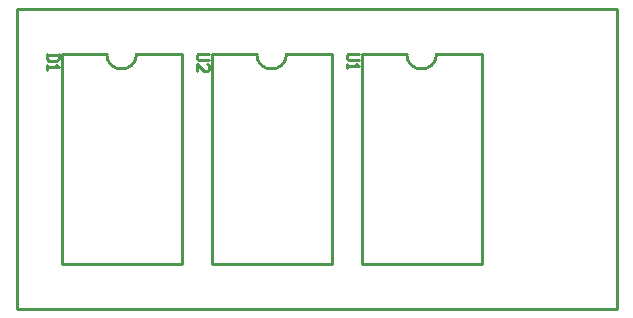
<source format=gbr>
G04 start of page 13 for group -4079 idx -4079 *
G04 Title: (unknown), topsilk *
G04 Creator: pcb 20140316 *
G04 CreationDate: Sat 19 Jun 2021 08:46:57 PM GMT UTC *
G04 For: steve *
G04 Format: Gerber/RS-274X *
G04 PCB-Dimensions (mil): 2000.00 1000.00 *
G04 PCB-Coordinate-Origin: lower left *
%MOIN*%
%FSLAX25Y25*%
%LNTOPSILK*%
%ADD56C,0.0100*%
G54D56*X0Y100000D02*Y0D01*
Y100000D02*X200000D01*
X0Y0D02*X200000D01*
Y100000D02*Y0D01*
X15000Y85000D02*Y15000D01*
X55000D01*
Y85000D01*
X15000D02*X30000D01*
X40000D02*X55000D01*
X30000D02*G75*G03X40000Y85000I5000J0D01*G01*
X65000D02*Y15000D01*
X105000D01*
Y85000D01*
X65000D02*X80000D01*
X90000D02*X105000D01*
X80000D02*G75*G03X90000Y85000I5000J0D01*G01*
X115000D02*Y15000D01*
X155000D01*
Y85000D01*
X115000D02*X130000D01*
X140000D02*X155000D01*
X130000D02*G75*G03X140000Y85000I5000J0D01*G01*
X10000Y84500D02*X14000D01*
Y83200D02*X13300Y82500D01*
X10700D02*X13300D01*
X10000Y83200D02*X10700Y82500D01*
X10000Y85000D02*Y83200D01*
X14000Y85000D02*Y83200D01*
X13200Y81300D02*X14000Y80500D01*
X10000D02*X14000D01*
X10000Y81300D02*Y79800D01*
X60500Y85000D02*X64000D01*
X60500D02*X60000Y84500D01*
Y83500D01*
X60500Y83000D01*
X64000D01*
X63500Y81800D02*X64000Y81300D01*
Y79800D01*
X63500Y79300D01*
X62500D02*X63500D01*
X60000Y81800D02*X62500Y79300D01*
X60000Y81800D02*Y79300D01*
X110500Y85000D02*X114000D01*
X110500D02*X110000Y84500D01*
Y83500D01*
X110500Y83000D01*
X114000D01*
X113200Y81800D02*X114000Y81000D01*
X110000D02*X114000D01*
X110000Y81800D02*Y80300D01*
M02*

</source>
